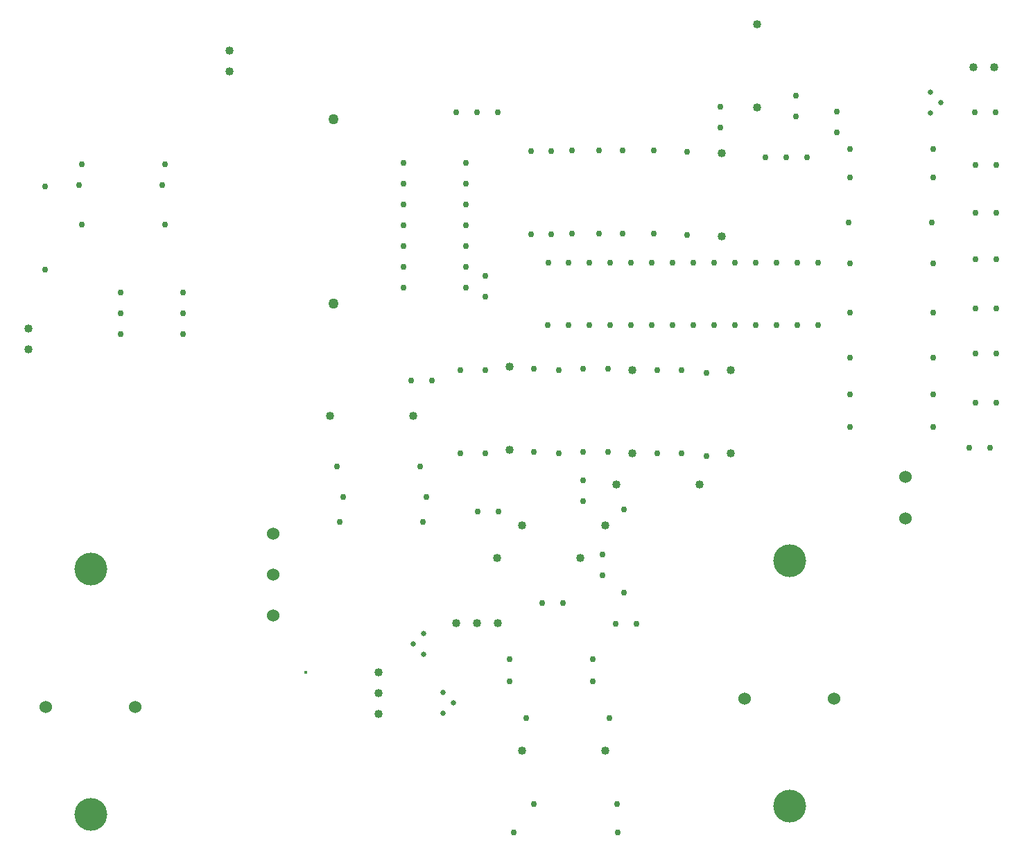
<source format=gbr>
G04 PROTEUS GERBER X2 FILE*
%TF.GenerationSoftware,Labcenter,Proteus,8.15-SP1-Build34318*%
%TF.CreationDate,2023-09-22T14:49:31+00:00*%
%TF.FileFunction,Plated,1,2,PTH*%
%TF.FilePolarity,Positive*%
%TF.Part,Single*%
%TF.SameCoordinates,{cc55e535-ffdd-4919-8125-6210c26246c2}*%
%FSLAX45Y45*%
%MOMM*%
G01*
%TA.AperFunction,ViaDrill*%
%ADD60C,0.381000*%
%TA.AperFunction,ComponentDrill*%
%ADD61C,0.762000*%
%ADD62C,1.016000*%
%TA.AperFunction,ComponentDrill*%
%ADD63C,0.635000*%
%TA.AperFunction,ComponentDrill*%
%ADD64C,1.524000*%
%ADD65C,4.000000*%
%TA.AperFunction,ComponentDrill*%
%ADD66C,1.270000*%
%TD.AperFunction*%
D60*
X-3586211Y-3496276D03*
D61*
X-200000Y-1404000D03*
X-200000Y-1150000D03*
X-632000Y+748000D03*
X-378000Y+748000D03*
X-124000Y+748000D03*
X+130000Y+748000D03*
X+384000Y+748000D03*
X+638000Y+748000D03*
X+892000Y+748000D03*
X+1146000Y+748000D03*
X+1400000Y+748000D03*
X+1654000Y+748000D03*
X+1908000Y+748000D03*
X+2162000Y+748000D03*
X+2416000Y+748000D03*
X+2670000Y+748000D03*
X+2670000Y+1510000D03*
X+2416000Y+1510000D03*
X+2162000Y+1510000D03*
X+1908000Y+1510000D03*
X+1654000Y+1510000D03*
X+1400000Y+1510000D03*
X+1146000Y+1510000D03*
X+892000Y+1510000D03*
X+638000Y+1510000D03*
X+384000Y+1510000D03*
X+130000Y+1510000D03*
X-124000Y+1510000D03*
X-378000Y+1510000D03*
X-630000Y+1510000D03*
X+4510000Y-750000D03*
X+4764000Y-750000D03*
X+4586000Y+950000D03*
X+4840000Y+950000D03*
X+4586000Y+400000D03*
X+4840000Y+400000D03*
X+4586000Y-200000D03*
X+4840000Y-200000D03*
X+4590000Y+1550000D03*
X+4844000Y+1550000D03*
X+4590000Y+2120000D03*
X+4844000Y+2120000D03*
X+4590000Y+2700000D03*
X+4844000Y+2700000D03*
X+4584000Y+3350000D03*
X+4838000Y+3350000D03*
X+3054000Y-500000D03*
X+4070000Y-500000D03*
X+3054000Y-100000D03*
X+4070000Y-100000D03*
X+3054000Y+350000D03*
X+4070000Y+350000D03*
X+4074000Y+1500000D03*
X+3058000Y+1500000D03*
X+3038000Y+2000000D03*
X+4054000Y+2000000D03*
X+3054000Y+2550000D03*
X+4070000Y+2550000D03*
X+3054000Y+2900000D03*
X+4070000Y+2900000D03*
X+3054000Y+900000D03*
X+4070000Y+900000D03*
X+1300000Y-850000D03*
X+1300000Y+166000D03*
X-800000Y-800000D03*
X-800000Y+216000D03*
X-200000Y-800000D03*
X-200000Y+216000D03*
X+100000Y-800000D03*
X+100000Y+216000D03*
X+280000Y+2884701D03*
X+280000Y+1868701D03*
X+700000Y-816000D03*
X+700000Y+200000D03*
X-1400000Y-816000D03*
X-1400000Y+200000D03*
X+660000Y+2886000D03*
X+660000Y+1870000D03*
D62*
X+1600000Y-816000D03*
X+1600000Y+200000D03*
X-1100000Y-776000D03*
X-1100000Y+240000D03*
D61*
X-500000Y+200000D03*
X-500000Y-816000D03*
D62*
X+400000Y-816000D03*
X+400000Y+200000D03*
D61*
X-10000Y+1870000D03*
X-10000Y+2886000D03*
X+1000000Y+200000D03*
X+1000000Y-816000D03*
X-1700000Y+200000D03*
X-1700000Y-816000D03*
X+1070000Y+1850000D03*
X+1070000Y+2866000D03*
D62*
X+66000Y-1700000D03*
X-950000Y-1700000D03*
X-1250000Y-2100000D03*
X-234000Y-2100000D03*
D61*
X-84000Y-3330000D03*
X-1100000Y-3330000D03*
X-84000Y-3600000D03*
X-1100000Y-3600000D03*
X-700000Y-2650000D03*
X-446000Y-2650000D03*
X+300000Y-1500000D03*
X+300000Y-2516000D03*
X-1240000Y-1530000D03*
X-1494000Y-1530000D03*
D62*
X+1216000Y-1200000D03*
X+200000Y-1200000D03*
D61*
X+196000Y-2900000D03*
X+450000Y-2900000D03*
X+32699Y-2050000D03*
X+32699Y-2304000D03*
X-1638000Y+1202000D03*
X-1638000Y+1456000D03*
X-1638000Y+1710000D03*
X-1638000Y+1964000D03*
X-1638000Y+2218000D03*
X-1638000Y+2472000D03*
X-1638000Y+2726000D03*
X-2400000Y+2726000D03*
X-2400000Y+2472000D03*
X-2400000Y+2218000D03*
X-2400000Y+1964000D03*
X-2400000Y+1710000D03*
X-2400000Y+1456000D03*
X-2400000Y+1202000D03*
D62*
X+1492000Y+1828000D03*
X+1492000Y+2844000D03*
X+1920000Y+4420000D03*
X+1920000Y+3404000D03*
D61*
X+1470000Y+3414000D03*
X+1470000Y+3160000D03*
X+2026000Y+2800000D03*
X+2280000Y+2800000D03*
X+2534000Y+2800000D03*
X+2894000Y+3354000D03*
X+2894000Y+3100000D03*
X+2400000Y+3300000D03*
X+2400000Y+3554000D03*
X-3136000Y-1350000D03*
X-2120000Y-1350000D03*
D63*
X-2150000Y-3023000D03*
X-2277000Y-3150000D03*
X-2150000Y-3277000D03*
D61*
X-2158701Y-1660000D03*
X-3174701Y-1660000D03*
D62*
X-1750000Y-2890000D03*
X-1496000Y-2890000D03*
X-1242000Y-2890000D03*
D61*
X-2190000Y-980000D03*
X-3206000Y-980000D03*
D64*
X+2860788Y-3813668D03*
X+1773668Y-3813668D03*
D65*
X+2317228Y-5126848D03*
X+2317228Y-2129648D03*
D61*
X+116000Y-4050000D03*
X-900000Y-4050000D03*
D62*
X+66000Y-4450000D03*
X-950000Y-4450000D03*
D64*
X-3990000Y-2800000D03*
X-3990000Y-2299620D03*
X-3990000Y-1799240D03*
D63*
X-1910000Y-3994000D03*
X-1783000Y-3867000D03*
X-1910000Y-3740000D03*
D61*
X-800000Y-5100000D03*
X+216000Y-5100000D03*
D62*
X-2700000Y-4004000D03*
X-2700000Y-3750000D03*
X-2700000Y-3496000D03*
D61*
X-1050000Y-5450000D03*
X+220000Y-5450000D03*
D62*
X-2280000Y-360000D03*
X-3296000Y-360000D03*
D61*
X-1400000Y+1350000D03*
X-1400000Y+1096000D03*
X-591600Y+2877600D03*
X-591600Y+1861600D03*
X-1754000Y+3350000D03*
X-1500000Y+3350000D03*
X-1246000Y+3350000D03*
D66*
X-3250000Y+1010000D03*
X-3250000Y+3260000D03*
D62*
X-4520000Y+3844000D03*
X-4520000Y+4098000D03*
D61*
X-2304000Y+70000D03*
X-2050000Y+70000D03*
X-840000Y+2876000D03*
X-840000Y+1860000D03*
D62*
X+4564000Y+3900000D03*
X+4818000Y+3900000D03*
D63*
X+4037000Y+3343000D03*
X+4164000Y+3470000D03*
X+4037000Y+3597000D03*
D61*
X-340000Y+1870000D03*
X-340000Y+2886000D03*
D64*
X+3730000Y-1618000D03*
X+3730000Y-1110000D03*
D62*
X-6975000Y+455000D03*
X-6975000Y+709000D03*
D61*
X-6325000Y+2715000D03*
X-5309000Y+2715000D03*
X-5309000Y+1975000D03*
X-6325000Y+1975000D03*
X-5345000Y+2455000D03*
X-6361000Y+2455000D03*
X-6775000Y+2445000D03*
X-6775000Y+1429000D03*
X-5847000Y+1143000D03*
X-5847000Y+889000D03*
X-5847000Y+635000D03*
X-5085000Y+635000D03*
X-5085000Y+889000D03*
X-5085000Y+1143000D03*
D64*
X-5674116Y-3916148D03*
X-6761236Y-3916148D03*
D65*
X-6217676Y-5229328D03*
X-6217676Y-2232128D03*
M02*

</source>
